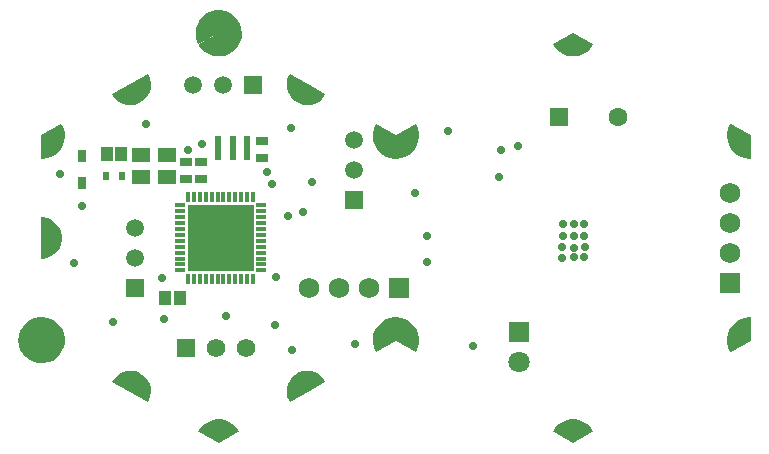
<source format=gbr>
G04*
G04 #@! TF.GenerationSoftware,Altium Limited,Altium Designer,25.8.1 (18)*
G04*
G04 Layer_Color=16711935*
%FSLAX25Y25*%
%MOIN*%
G70*
G04*
G04 #@! TF.SameCoordinates,4BE62294-00A5-47EF-9B78-CB70749D35C4*
G04*
G04*
G04 #@! TF.FilePolarity,Negative*
G04*
G01*
G75*
G04:AMPARAMS|DCode=35|XSize=47.37mil|YSize=47.37mil|CornerRadius=23.68mil|HoleSize=0mil|Usage=FLASHONLY|Rotation=150.000|XOffset=0mil|YOffset=0mil|HoleType=Round|Shape=RoundedRectangle|*
%AMROUNDEDRECTD35*
21,1,0.04737,0.00000,0,0,150.0*
21,1,0.00000,0.04737,0,0,150.0*
1,1,0.04737,0.00000,0.00000*
1,1,0.04737,0.00000,0.00000*
1,1,0.04737,0.00000,0.00000*
1,1,0.04737,0.00000,0.00000*
%
%ADD35ROUNDEDRECTD35*%
G04:AMPARAMS|DCode=36|XSize=47.37mil|YSize=47.37mil|CornerRadius=23.68mil|HoleSize=0mil|Usage=FLASHONLY|Rotation=90.000|XOffset=0mil|YOffset=0mil|HoleType=Round|Shape=RoundedRectangle|*
%AMROUNDEDRECTD36*
21,1,0.04737,0.00000,0,0,90.0*
21,1,0.00000,0.04737,0,0,90.0*
1,1,0.04737,0.00000,0.00000*
1,1,0.04737,0.00000,0.00000*
1,1,0.04737,0.00000,0.00000*
1,1,0.04737,0.00000,0.00000*
%
%ADD36ROUNDEDRECTD36*%
G04:AMPARAMS|DCode=37|XSize=47.37mil|YSize=47.37mil|CornerRadius=23.68mil|HoleSize=0mil|Usage=FLASHONLY|Rotation=210.000|XOffset=0mil|YOffset=0mil|HoleType=Round|Shape=RoundedRectangle|*
%AMROUNDEDRECTD37*
21,1,0.04737,0.00000,0,0,210.0*
21,1,0.00000,0.04737,0,0,210.0*
1,1,0.04737,0.00000,0.00000*
1,1,0.04737,0.00000,0.00000*
1,1,0.04737,0.00000,0.00000*
1,1,0.04737,0.00000,0.00000*
%
%ADD37ROUNDEDRECTD37*%
%ADD38C,0.06902*%
%ADD39R,0.06902X0.06902*%
%ADD40R,0.05984X0.05984*%
%ADD41C,0.05984*%
%ADD42R,0.06902X0.06902*%
%ADD43C,0.06312*%
%ADD44R,0.06312X0.06312*%
%ADD45C,0.07099*%
%ADD46R,0.07099X0.07099*%
%ADD47R,0.05984X0.05984*%
%ADD48C,0.06181*%
%ADD49R,0.06181X0.06181*%
%ADD50C,0.02769*%
%ADD67R,0.22441X0.22441*%
%ADD68R,0.01181X0.03347*%
%ADD69R,0.03347X0.01181*%
%ADD70R,0.02362X0.03150*%
%ADD72R,0.02375X0.08280*%
%ADD73R,0.03898X0.02913*%
%ADD74R,0.03950X0.04540*%
%ADD75R,0.02769X0.04343*%
%ADD76R,0.06300X0.05100*%
G36*
X-57637Y75569D02*
X-56173Y74927D01*
X-54873Y73997D01*
X-53792Y72820D01*
X-52975Y71447D01*
X-52458Y69934D01*
X-52262Y68348D01*
X-52397Y66756D01*
X-52855Y65225D01*
X-53237Y64523D01*
Y64523D01*
X-60000Y68416D01*
X-66763Y64523D01*
X-67145Y65225D01*
X-67603Y66756D01*
X-67738Y68348D01*
X-67542Y69934D01*
X-67025Y71447D01*
X-66208Y72820D01*
X-65127Y73997D01*
X-63827Y74927D01*
X-62363Y75569D01*
X-60799Y75897D01*
X-59201D01*
X-57637Y75569D01*
D02*
G37*
G36*
X64870Y64496D02*
X64540Y63891D01*
X63676Y62818D01*
X62635Y61916D01*
X61451Y61214D01*
X60160Y60733D01*
X58804Y60490D01*
X57427Y60491D01*
X56072Y60738D01*
X54782Y61222D01*
X53599Y61927D01*
X52560Y62831D01*
X51699Y63906D01*
X51371Y64512D01*
X51371Y64512D01*
X58115Y68406D01*
X64870Y64496D01*
D02*
G37*
G36*
X-53240D02*
X-53570Y63891D01*
X-54434Y62818D01*
X-55475Y61916D01*
X-56659Y61214D01*
X-57950Y60733D01*
X-59306Y60490D01*
X-60683Y60491D01*
X-62038Y60738D01*
X-63328Y61222D01*
X-64511Y61927D01*
X-65550Y62831D01*
X-66411Y63906D01*
X-66739Y64512D01*
X-66739Y64512D01*
X-59995Y68406D01*
X-53240Y64496D01*
D02*
G37*
G36*
X-36334Y54748D02*
X-36329Y54756D01*
X-30383Y51318D01*
X-24435Y47888D01*
X-24439Y47881D01*
X-24418Y47868D01*
X-24747Y47261D01*
X-25631Y46201D01*
X-26709Y45338D01*
X-27936Y44706D01*
X-29265Y44331D01*
X-30641Y44227D01*
X-32011Y44398D01*
X-33320Y44838D01*
X-33923Y45187D01*
X-34529Y45536D01*
X-35564Y46449D01*
X-36398Y47550D01*
X-36996Y48794D01*
X-37335Y50133D01*
X-37401Y51512D01*
X-37193Y52876D01*
X-36717Y54172D01*
X-36355Y54760D01*
X-36334Y54748D01*
D02*
G37*
G36*
X-83308Y54168D02*
X-82831Y52873D01*
X-82620Y51508D01*
X-82685Y50129D01*
X-83022Y48791D01*
X-83619Y47545D01*
X-84451Y46444D01*
X-85485Y45529D01*
X-86680Y44838D01*
X-87989Y44398D01*
X-89359Y44227D01*
X-90735Y44331D01*
X-92064Y44706D01*
X-93291Y45338D01*
X-94369Y46201D01*
X-95253Y47261D01*
X-95582Y47868D01*
X-95582D01*
X-83671Y54756D01*
X-83308Y54168D01*
D02*
G37*
G36*
X-112496Y38118D02*
D01*
X-112496D01*
X-112496D01*
D02*
G37*
G36*
X-945Y34321D02*
X5621Y38103D01*
X5980Y37515D01*
X6477Y36230D01*
X6738Y34878D01*
X6754Y33501D01*
X6525Y32142D01*
X6058Y30847D01*
X5368Y29655D01*
X4477Y28604D01*
X3413Y27729D01*
X2211Y27057D01*
X908Y26610D01*
X-454Y26401D01*
X-945Y26414D01*
X-1436Y26401D01*
X-2798Y26610D01*
X-4101Y27057D01*
X-5303Y27729D01*
X-6367Y28604D01*
X-7258Y29655D01*
X-7948Y30847D01*
X-8415Y32142D01*
X-8644Y33501D01*
X-8628Y34878D01*
X-8367Y36230D01*
X-7870Y37515D01*
X-7511Y38103D01*
Y38103D01*
X-945Y34321D01*
D02*
G37*
G36*
X-112484Y38098D02*
X-112476Y38103D01*
X-112117Y37515D01*
X-111620Y36230D01*
X-111359Y34878D01*
X-111343Y33501D01*
X-111572Y32142D01*
X-112039Y30847D01*
X-112729Y29655D01*
X-113620Y28604D01*
X-114684Y27729D01*
X-114696Y27722D01*
X-114697Y27722D01*
X-115901Y27047D01*
X-117206Y26597D01*
X-118569Y26387D01*
X-119259Y26405D01*
X-119250Y34208D01*
X-112496Y38118D01*
X-112484Y38098D01*
D02*
G37*
G36*
X110621Y38090D02*
X110623Y38093D01*
X110623D01*
X113205Y36602D01*
X117362Y34208D01*
Y34202D01*
X117367Y34199D01*
X117362Y29401D01*
Y26420D01*
X117359Y26420D01*
X117359Y26394D01*
X116670Y26377D01*
X115309Y26589D01*
X114008Y27040D01*
X112807Y27714D01*
X111745Y28592D01*
X110856Y29644D01*
X110510Y30246D01*
X110162Y30847D01*
X109695Y32142D01*
X109466Y33501D01*
X109482Y34878D01*
X109743Y36230D01*
X110240Y37515D01*
X110599Y38103D01*
Y38103D01*
X110621Y38090D01*
D02*
G37*
G36*
X-117199Y6671D02*
X-115911Y6170D01*
X-114749Y5423D01*
X-113758Y4459D01*
X-112978Y3319D01*
X-112440Y2046D01*
X-112165Y691D01*
Y-691D01*
X-112440Y-2046D01*
X-112978Y-3319D01*
X-113758Y-4459D01*
X-114749Y-5423D01*
X-115911Y-6170D01*
X-117199Y-6671D01*
X-117211Y-6673D01*
X-117215Y-6675D01*
X-118575Y-6911D01*
X-119265Y-6892D01*
X-119265D01*
X-119274Y6867D01*
X-119252Y6868D01*
Y6887D01*
X-118561Y6907D01*
X-117199Y6671D01*
D02*
G37*
G36*
X117362Y-26420D02*
X117362D01*
Y-34208D01*
X110599Y-38103D01*
D01*
X110599D01*
X110240Y-37515D01*
X109743Y-36230D01*
X109482Y-34878D01*
X109466Y-33501D01*
X109695Y-32142D01*
X110162Y-30847D01*
X110852Y-29655D01*
X111743Y-28604D01*
X112807Y-27729D01*
X114009Y-27057D01*
X115312Y-26610D01*
X116674Y-26401D01*
X116674D01*
D01*
X117362Y-26420D01*
D02*
G37*
G36*
X908Y-26610D02*
X2211Y-27057D01*
X3413Y-27729D01*
X4477Y-28604D01*
X5368Y-29655D01*
X6058Y-30847D01*
X6525Y-32142D01*
X6754Y-33501D01*
X6738Y-34878D01*
X6477Y-36230D01*
X5980Y-37515D01*
X5621Y-38103D01*
X-945Y-34321D01*
X-7511Y-38103D01*
X-7870Y-37515D01*
X-8367Y-36230D01*
X-8628Y-34878D01*
X-8644Y-33501D01*
X-8415Y-32142D01*
X-7948Y-30847D01*
X-7258Y-29655D01*
X-6367Y-28604D01*
X-5303Y-27729D01*
X-4101Y-27057D01*
X-2798Y-26610D01*
X-1436Y-26401D01*
X-945Y-26414D01*
X-454Y-26401D01*
X908Y-26610D01*
D02*
G37*
G36*
X-117186Y-26589D02*
X-115885Y-27040D01*
X-114684Y-27714D01*
X-113622Y-28592D01*
X-112733Y-29644D01*
X-112046Y-30838D01*
X-111582Y-32135D01*
X-111356Y-33493D01*
X-111375Y-34871D01*
X-111639Y-36222D01*
X-112139Y-37506D01*
X-112499Y-38093D01*
Y-38093D01*
X-119244Y-34199D01*
X-119236Y-26394D01*
X-118547Y-26377D01*
X-117186Y-26589D01*
D02*
G37*
G36*
X5621Y-38103D02*
X5621D01*
D01*
X5621D01*
D02*
G37*
G36*
X-119250Y-34208D02*
X-112496Y-38118D01*
X-112913Y-38800D01*
X-114010Y-39962D01*
X-115322Y-40875D01*
X-116793Y-41499D01*
X-118361Y-41807D01*
X-119959Y-41787D01*
X-121519Y-41438D01*
X-122974Y-40777D01*
X-124262Y-39831D01*
X-125329Y-38641D01*
X-126128Y-37257D01*
X-126626Y-35738D01*
X-126801Y-34149D01*
X-126646Y-32559D01*
X-126168Y-31034D01*
X-125387Y-29640D01*
X-124336Y-28436D01*
X-123060Y-27473D01*
X-121613Y-26793D01*
X-120058Y-26425D01*
X-119259Y-26405D01*
X-119259Y-26405D01*
X-119250Y-34208D01*
D02*
G37*
G36*
X-29265Y-44331D02*
X-27936Y-44706D01*
X-26709Y-45338D01*
X-25631Y-46201D01*
X-24747Y-47261D01*
X-24418Y-47868D01*
D01*
Y-47868D01*
X-30374Y-51312D01*
X-36329Y-54756D01*
X-36692Y-54168D01*
X-37169Y-52873D01*
X-37380Y-51508D01*
X-37315Y-50129D01*
X-36978Y-48791D01*
X-36381Y-47545D01*
X-35549Y-46444D01*
X-34515Y-45529D01*
X-33320Y-44838D01*
X-32011Y-44398D01*
X-30641Y-44227D01*
X-29265Y-44331D01*
D02*
G37*
G36*
X-87989Y-44398D02*
X-86680Y-44838D01*
X-86077Y-45187D01*
X-85471Y-45536D01*
X-84436Y-46449D01*
X-83602Y-47550D01*
X-83004Y-48794D01*
X-82665Y-50133D01*
X-82599Y-51512D01*
X-82807Y-52876D01*
X-83283Y-54172D01*
X-83645Y-54760D01*
D01*
X-83645Y-54760D01*
X-83645Y-54760D01*
X-83666Y-54748D01*
X-83671Y-54756D01*
D01*
X-83671Y-54756D01*
X-83671Y-54756D01*
X-89617Y-51318D01*
X-95565Y-47888D01*
X-95561Y-47881D01*
X-95582Y-47868D01*
X-95253Y-47261D01*
X-94369Y-46201D01*
X-93291Y-45338D01*
X-92064Y-44706D01*
X-90735Y-44331D01*
X-89359Y-44227D01*
X-87989Y-44398D01*
D02*
G37*
G36*
X58793Y-60492D02*
X60148Y-60738D01*
X61438Y-61222D01*
X62621Y-61927D01*
X63660Y-62831D01*
X64521Y-63906D01*
X64850Y-64512D01*
X64850D01*
X64522Y-64701D01*
X64531Y-64719D01*
X58110Y-68416D01*
X51688Y-64719D01*
X51700Y-64698D01*
X51350Y-64496D01*
X51680Y-63891D01*
X52544Y-62818D01*
X53584Y-61917D01*
X54769Y-61214D01*
X56060Y-60733D01*
X57416Y-60490D01*
X58793Y-60492D01*
D02*
G37*
G36*
X-59317D02*
X-57962Y-60738D01*
X-56672Y-61222D01*
X-55489Y-61927D01*
X-54450Y-62831D01*
X-53589Y-63906D01*
X-53260Y-64512D01*
X-53260D01*
X-53588Y-64701D01*
X-53579Y-64719D01*
X-60000Y-68416D01*
X-66422Y-64719D01*
X-66410Y-64698D01*
X-66760Y-64496D01*
X-66430Y-63891D01*
X-65566Y-62818D01*
X-64526Y-61917D01*
X-63341Y-61214D01*
X-62050Y-60733D01*
X-60694Y-60490D01*
X-59317Y-60492D01*
D02*
G37*
D35*
X114449Y32520D02*
D03*
X-116326Y-32520D02*
D03*
X-116339Y0D02*
D03*
D36*
X-661Y30520D02*
D03*
X114449Y-32520D02*
D03*
X-661Y-30520D02*
D03*
X-116326Y32520D02*
D03*
X-31850Y-48780D02*
D03*
X-88150Y48780D02*
D03*
D37*
X58110Y65039D02*
D03*
Y-65039D02*
D03*
X-60000Y65039D02*
D03*
Y-65039D02*
D03*
X-88150Y-48780D02*
D03*
X-31850Y48780D02*
D03*
D38*
X110273Y-4970D02*
D03*
Y5030D02*
D03*
X110273Y15030D02*
D03*
X-30038Y-16647D02*
D03*
X-10038D02*
D03*
X-20038D02*
D03*
D39*
X110273Y-14970D02*
D03*
D40*
X-88073Y-16726D02*
D03*
X-14976Y12556D02*
D03*
D41*
X-88073Y-6726D02*
D03*
Y3274D02*
D03*
X-58492Y50888D02*
D03*
X-68492D02*
D03*
X-14976Y32556D02*
D03*
Y22556D02*
D03*
D42*
X-38Y-16647D02*
D03*
D43*
X73118Y40397D02*
D03*
D44*
X53433D02*
D03*
D45*
X40225Y-41240D02*
D03*
D46*
Y-31240D02*
D03*
D47*
X-48492Y50888D02*
D03*
D48*
X-50858Y-36615D02*
D03*
X-60858D02*
D03*
D49*
X-70858D02*
D03*
D50*
X54463Y-6605D02*
D03*
X58262Y-6360D02*
D03*
X61734Y-6442D02*
D03*
X62020Y-2970D02*
D03*
X58303Y-3256D02*
D03*
X54544Y-3133D02*
D03*
X54819Y691D02*
D03*
X58393Y632D02*
D03*
X61848Y751D02*
D03*
X61789Y4683D02*
D03*
X58512Y4802D02*
D03*
X54640D02*
D03*
X-70211Y29297D02*
D03*
X-65695Y31237D02*
D03*
X-43996Y21931D02*
D03*
X-42263Y18076D02*
D03*
X-84108Y37908D02*
D03*
X39764Y30654D02*
D03*
X5477Y15038D02*
D03*
X-28984Y18686D02*
D03*
X-14585Y-35505D02*
D03*
X-31820Y8519D02*
D03*
X-105501Y10576D02*
D03*
X-35816Y36776D02*
D03*
X-37065Y7324D02*
D03*
X-40951Y-13028D02*
D03*
X-108186Y-8498D02*
D03*
X-112882Y21246D02*
D03*
X-41225Y-29048D02*
D03*
X24731Y-35939D02*
D03*
X-57582Y-26175D02*
D03*
X33457Y20143D02*
D03*
X9281Y630D02*
D03*
Y-7872D02*
D03*
X-95380Y-28024D02*
D03*
X-78106Y-27167D02*
D03*
X-78742Y-13250D02*
D03*
X-35690Y-37254D02*
D03*
X16291Y35607D02*
D03*
X33999Y29402D02*
D03*
D67*
X-59400Y0D02*
D03*
D68*
X-56447Y13583D02*
D03*
X-54479D02*
D03*
X-70227Y-13583D02*
D03*
X-52510Y13583D02*
D03*
X-68258Y-13583D02*
D03*
X-50542D02*
D03*
X-54479D02*
D03*
X-52510D02*
D03*
X-60384Y13583D02*
D03*
X-62353D02*
D03*
X-64321D02*
D03*
X-58416D02*
D03*
X-70227D02*
D03*
X-68258D02*
D03*
X-66290D02*
D03*
X-50542D02*
D03*
X-48573D02*
D03*
Y-13583D02*
D03*
X-56447D02*
D03*
X-58416D02*
D03*
X-60384D02*
D03*
X-62353D02*
D03*
X-64321D02*
D03*
X-66290D02*
D03*
D69*
X-45817Y-984D02*
D03*
X-72983Y-10827D02*
D03*
X-45817Y10827D02*
D03*
Y8858D02*
D03*
Y6890D02*
D03*
Y4921D02*
D03*
Y2953D02*
D03*
Y984D02*
D03*
Y-2953D02*
D03*
Y-4921D02*
D03*
Y-6890D02*
D03*
Y-8858D02*
D03*
Y-10827D02*
D03*
X-72983Y-8858D02*
D03*
Y-6890D02*
D03*
Y-4921D02*
D03*
Y-2953D02*
D03*
Y-984D02*
D03*
Y984D02*
D03*
Y2953D02*
D03*
Y4921D02*
D03*
Y6890D02*
D03*
Y8858D02*
D03*
Y10827D02*
D03*
D70*
X-92144Y20500D02*
D03*
X-97656D02*
D03*
D72*
X-60112Y29965D02*
D03*
X-50664D02*
D03*
X-55388D02*
D03*
D73*
X-45646Y32214D02*
D03*
Y26702D02*
D03*
X-70959Y19707D02*
D03*
X-65959D02*
D03*
Y25219D02*
D03*
X-70959D02*
D03*
D74*
X-97361Y28000D02*
D03*
X-77861Y-20000D02*
D03*
X-72939D02*
D03*
X-92439Y28000D02*
D03*
D75*
X-105713Y27201D02*
D03*
Y18146D02*
D03*
D76*
X-77400Y27650D02*
D03*
Y20350D02*
D03*
X-85900D02*
D03*
Y27650D02*
D03*
M02*

</source>
